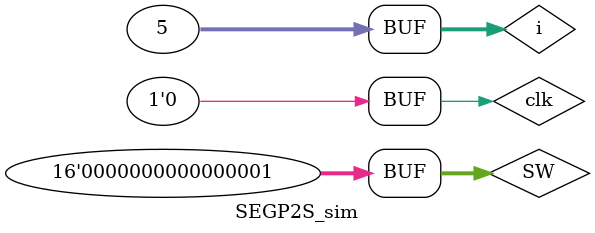
<source format=v>
`timescale 1ns / 1ps


module SEGP2S_sim;

	// Inputs
	reg clk;
	reg [15:0] SW;

	// Outputs
	wire SEG_CLK;
	wire SEG_CLR;
	wire SEG_EN;
	wire SEG_DT;
	

	// Instantiate the Unit Under Test (UUT)
	SEGP2S uut (
		.clk(clk), 
		.SW(SW), 
		.SEG_CLK(SEG_CLK), 
		.SEG_CLR(SEG_CLR), 
		.SEG_EN(SEG_EN), 
		.SEG_DT(SEG_DT), 
	);
	integer i;
	initial begin
		// Initialize Inputs
		clk = 0;
		SW = 0;

		// Wait 100 ns for global reset to finish
		#100;
        
		// Add stimulus here
		SW[14] = 1;
		for(i = 0; i < 8; i = i + 1)begin
			SW[i] = 1;
		end
		#25;
		for (i = 0; i < 8; i = i + 1)begin
			SW[i] = 0;
		end
		#25;
		
		SW[14] = 0;
		SW[7] = 1; #25;SW[7] = 0; #25;
		SW[7] = 1; #25;SW[7] = 0; #25;
		
		SW[5] = 1; #25;SW[5] = 0; #25;
		
		for(i=0; i<2; i=i+1)begin
			SW[3] = 1;#25;SW[3]=0;#25;
		end
		for(i=0; i<5; i=i+1)begin
			SW[2] = 1;#25; SW[2]=0;#25;
		end
		for(i=0; i<3; i=i+1)begin
			SW[1] = 1;#25;SW[1]=0;#25;
		end
		
		for(i=0; i<5; i=i+1)begin
			SW[0] = 1;#25;SW[1]=0;#25;
		end
		
		SW[14] = 0;
		#500;
		SW[15] = 1;#20;
		SW[15] = 0;
	end
	always begin
		clk = 1; #10;
		clk = 0; #10;
	end
      
endmodule


</source>
